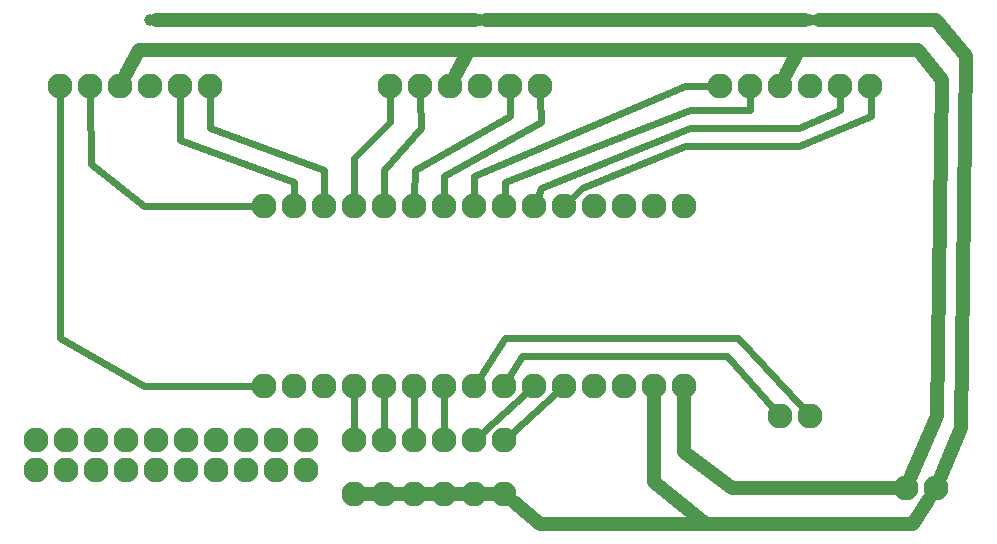
<source format=gtl>
G04 MADE WITH FRITZING*
G04 WWW.FRITZING.ORG*
G04 DOUBLE SIDED*
G04 HOLES PLATED*
G04 CONTOUR ON CENTER OF CONTOUR VECTOR*
%ASAXBY*%
%FSLAX23Y23*%
%MOIN*%
%OFA0B0*%
%SFA1.0B1.0*%
%ADD10C,0.083307*%
%ADD11C,0.039370*%
%ADD12C,0.048000*%
%ADD13C,0.024000*%
%LNCOPPER1*%
G90*
G70*
G54D10*
X861Y1202D03*
X961Y1202D03*
X1061Y1202D03*
X1161Y1202D03*
X1261Y1202D03*
X1361Y1202D03*
X1461Y1202D03*
X1561Y1202D03*
X1661Y1202D03*
X1761Y1202D03*
X1861Y1202D03*
X1961Y1202D03*
X2061Y1202D03*
X2161Y1202D03*
X2261Y1202D03*
X861Y602D03*
X961Y602D03*
X1061Y602D03*
X1161Y602D03*
X1261Y602D03*
X1361Y602D03*
X1461Y602D03*
X1561Y602D03*
X1661Y602D03*
X1761Y602D03*
X1861Y602D03*
X1961Y602D03*
X2061Y602D03*
X2161Y602D03*
X2261Y602D03*
X101Y322D03*
X201Y322D03*
X301Y322D03*
X401Y322D03*
X501Y322D03*
X601Y322D03*
X701Y322D03*
X801Y322D03*
X901Y322D03*
X1001Y322D03*
X101Y422D03*
X201Y422D03*
X301Y422D03*
X401Y422D03*
X501Y422D03*
X601Y422D03*
X701Y422D03*
X801Y422D03*
X901Y422D03*
X1001Y422D03*
X1661Y242D03*
X1561Y242D03*
X1461Y242D03*
X1361Y242D03*
X1261Y242D03*
X1161Y242D03*
X1661Y422D03*
X1561Y422D03*
X1461Y422D03*
X1361Y422D03*
X1261Y422D03*
X1161Y422D03*
X3001Y262D03*
X3101Y262D03*
X1281Y1602D03*
X1381Y1602D03*
X1481Y1602D03*
X1581Y1602D03*
X1681Y1602D03*
X1781Y1602D03*
X2381Y1602D03*
X2481Y1602D03*
X2581Y1602D03*
X2681Y1602D03*
X2781Y1602D03*
X2881Y1602D03*
X181Y1602D03*
X281Y1602D03*
X381Y1602D03*
X481Y1602D03*
X581Y1602D03*
X681Y1602D03*
X2681Y502D03*
X2581Y502D03*
G54D11*
X481Y1822D03*
X1581Y1822D03*
X2681Y1822D03*
G54D12*
X2420Y262D02*
X2261Y382D01*
D02*
X2261Y382D02*
X2261Y558D01*
D02*
X2957Y262D02*
X2420Y262D01*
D02*
X1264Y243D02*
X1205Y242D01*
D02*
X1617Y242D02*
X1264Y243D01*
D02*
X1781Y142D02*
X1695Y214D01*
D02*
X2332Y143D02*
X1781Y142D01*
D02*
X3023Y142D02*
X2332Y143D01*
D02*
X2332Y143D02*
X2161Y281D01*
D02*
X2161Y281D02*
X2161Y558D01*
D02*
X3077Y225D02*
X3023Y142D01*
G54D13*
D02*
X961Y1282D02*
X581Y1423D01*
D02*
X581Y1423D02*
X581Y1569D01*
D02*
X961Y1235D02*
X961Y1282D01*
D02*
X1382Y1462D02*
X1381Y1569D01*
D02*
X1261Y1321D02*
X1382Y1462D01*
D02*
X1261Y1235D02*
X1261Y1321D01*
D02*
X1280Y1482D02*
X1281Y1569D01*
D02*
X1161Y1363D02*
X1280Y1482D01*
D02*
X1161Y1235D02*
X1161Y1363D01*
D02*
X1061Y1321D02*
X681Y1462D01*
D02*
X681Y1462D02*
X681Y1569D01*
D02*
X1061Y1235D02*
X1061Y1321D01*
D02*
X282Y1342D02*
X281Y1569D01*
D02*
X461Y1203D02*
X282Y1342D01*
D02*
X829Y1202D02*
X461Y1203D01*
D02*
X180Y763D02*
X181Y1569D01*
D02*
X461Y602D02*
X180Y763D01*
D02*
X829Y602D02*
X461Y602D01*
D02*
X1461Y455D02*
X1461Y569D01*
D02*
X1361Y455D02*
X1361Y569D01*
D02*
X1261Y455D02*
X1261Y569D01*
D02*
X1161Y569D02*
X1161Y455D01*
D02*
X1782Y1482D02*
X1781Y1569D01*
D02*
X1681Y1502D02*
X1681Y1569D01*
D02*
X1461Y1301D02*
X1782Y1482D01*
D02*
X1461Y1235D02*
X1461Y1301D01*
D02*
X1362Y1321D02*
X1681Y1502D01*
D02*
X1361Y1235D02*
X1362Y1321D01*
D02*
X1837Y580D02*
X1686Y444D01*
D02*
X1737Y580D02*
X1586Y444D01*
D02*
X1662Y763D02*
X2441Y763D01*
D02*
X2441Y763D02*
X2659Y526D01*
D02*
X1579Y630D02*
X1662Y763D01*
D02*
X2402Y702D02*
X2559Y526D01*
D02*
X1720Y702D02*
X2402Y702D01*
D02*
X1678Y630D02*
X1720Y702D01*
D02*
X1560Y1302D02*
X2262Y1602D01*
D02*
X2262Y1602D02*
X2349Y1602D01*
D02*
X1561Y1235D02*
X1560Y1302D01*
D02*
X2280Y1521D02*
X2481Y1521D01*
D02*
X1663Y1281D02*
X2280Y1521D01*
D02*
X2481Y1521D02*
X2481Y1569D01*
D02*
X1662Y1235D02*
X1663Y1281D01*
D02*
X2280Y1461D02*
X2642Y1463D01*
D02*
X2642Y1463D02*
X2780Y1521D01*
D02*
X2780Y1521D02*
X2781Y1569D01*
D02*
X1783Y1263D02*
X2280Y1461D01*
D02*
X1772Y1233D02*
X1783Y1263D01*
D02*
X2262Y1401D02*
X2642Y1402D01*
D02*
X1920Y1263D02*
X2262Y1401D01*
D02*
X2642Y1402D02*
X2883Y1503D01*
D02*
X2883Y1503D02*
X2882Y1569D01*
D02*
X1884Y1226D02*
X1920Y1263D01*
G54D12*
D02*
X3201Y1702D02*
X3182Y461D01*
D02*
X3182Y461D02*
X3118Y303D01*
D02*
X2711Y1822D02*
X3100Y1823D01*
D02*
X3100Y1823D02*
X3201Y1702D01*
D02*
X1600Y1822D02*
X2662Y1822D01*
D02*
X500Y1822D02*
X1562Y1822D01*
D02*
X442Y1722D02*
X401Y1641D01*
D02*
X1542Y1722D02*
X442Y1722D01*
D02*
X1542Y1722D02*
X1501Y1641D01*
D02*
X2642Y1722D02*
X1542Y1722D01*
D02*
X3041Y1722D02*
X2642Y1722D01*
D02*
X2642Y1722D02*
X2601Y1641D01*
D02*
X3120Y1621D02*
X3041Y1722D01*
D02*
X3102Y502D02*
X3120Y1621D01*
D02*
X3018Y302D02*
X3102Y502D01*
G04 End of Copper1*
M02*
</source>
